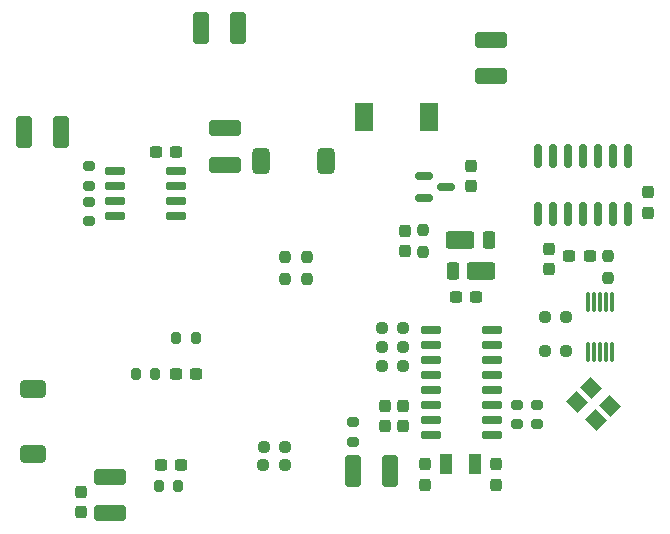
<source format=gbr>
%TF.GenerationSoftware,KiCad,Pcbnew,8.0.2*%
%TF.CreationDate,2025-04-20T12:58:55+12:00*%
%TF.ProjectId,summit_scourer,73756d6d-6974-45f7-9363-6f757265722e,rev?*%
%TF.SameCoordinates,Original*%
%TF.FileFunction,Paste,Top*%
%TF.FilePolarity,Positive*%
%FSLAX46Y46*%
G04 Gerber Fmt 4.6, Leading zero omitted, Abs format (unit mm)*
G04 Created by KiCad (PCBNEW 8.0.2) date 2025-04-20 12:58:55*
%MOMM*%
%LPD*%
G01*
G04 APERTURE LIST*
G04 Aperture macros list*
%AMRoundRect*
0 Rectangle with rounded corners*
0 $1 Rounding radius*
0 $2 $3 $4 $5 $6 $7 $8 $9 X,Y pos of 4 corners*
0 Add a 4 corners polygon primitive as box body*
4,1,4,$2,$3,$4,$5,$6,$7,$8,$9,$2,$3,0*
0 Add four circle primitives for the rounded corners*
1,1,$1+$1,$2,$3*
1,1,$1+$1,$4,$5*
1,1,$1+$1,$6,$7*
1,1,$1+$1,$8,$9*
0 Add four rect primitives between the rounded corners*
20,1,$1+$1,$2,$3,$4,$5,0*
20,1,$1+$1,$4,$5,$6,$7,0*
20,1,$1+$1,$6,$7,$8,$9,0*
20,1,$1+$1,$8,$9,$2,$3,0*%
%AMRotRect*
0 Rectangle, with rotation*
0 The origin of the aperture is its center*
0 $1 length*
0 $2 width*
0 $3 Rotation angle, in degrees counterclockwise*
0 Add horizontal line*
21,1,$1,$2,0,0,$3*%
G04 Aperture macros list end*
%ADD10RoundRect,0.237500X0.250000X0.237500X-0.250000X0.237500X-0.250000X-0.237500X0.250000X-0.237500X0*%
%ADD11RoundRect,0.237500X-0.300000X-0.237500X0.300000X-0.237500X0.300000X0.237500X-0.300000X0.237500X0*%
%ADD12RoundRect,0.237500X-0.237500X0.300000X-0.237500X-0.300000X0.237500X-0.300000X0.237500X0.300000X0*%
%ADD13RoundRect,0.237500X0.237500X-0.250000X0.237500X0.250000X-0.237500X0.250000X-0.237500X-0.250000X0*%
%ADD14RoundRect,0.200000X-0.275000X0.200000X-0.275000X-0.200000X0.275000X-0.200000X0.275000X0.200000X0*%
%ADD15RoundRect,0.237500X-0.237500X0.250000X-0.237500X-0.250000X0.237500X-0.250000X0.237500X0.250000X0*%
%ADD16RoundRect,0.250000X0.412500X1.100000X-0.412500X1.100000X-0.412500X-1.100000X0.412500X-1.100000X0*%
%ADD17RoundRect,0.150000X-0.725000X-0.150000X0.725000X-0.150000X0.725000X0.150000X-0.725000X0.150000X0*%
%ADD18RoundRect,0.375000X0.725000X-0.375000X0.725000X0.375000X-0.725000X0.375000X-0.725000X-0.375000X0*%
%ADD19R,1.500000X2.400000*%
%ADD20RoundRect,0.250000X1.100000X-0.412500X1.100000X0.412500X-1.100000X0.412500X-1.100000X-0.412500X0*%
%ADD21RoundRect,0.250000X-0.950000X-0.500000X0.950000X-0.500000X0.950000X0.500000X-0.950000X0.500000X0*%
%ADD22RoundRect,0.250000X-0.275000X-0.500000X0.275000X-0.500000X0.275000X0.500000X-0.275000X0.500000X0*%
%ADD23RoundRect,0.087500X0.087500X-0.725000X0.087500X0.725000X-0.087500X0.725000X-0.087500X-0.725000X0*%
%ADD24RoundRect,0.237500X-0.250000X-0.237500X0.250000X-0.237500X0.250000X0.237500X-0.250000X0.237500X0*%
%ADD25RoundRect,0.200000X0.200000X0.275000X-0.200000X0.275000X-0.200000X-0.275000X0.200000X-0.275000X0*%
%ADD26RoundRect,0.250000X-1.100000X0.412500X-1.100000X-0.412500X1.100000X-0.412500X1.100000X0.412500X0*%
%ADD27RoundRect,0.200000X-0.200000X-0.275000X0.200000X-0.275000X0.200000X0.275000X-0.200000X0.275000X0*%
%ADD28RoundRect,0.250000X0.950000X0.500000X-0.950000X0.500000X-0.950000X-0.500000X0.950000X-0.500000X0*%
%ADD29RoundRect,0.250000X0.275000X0.500000X-0.275000X0.500000X-0.275000X-0.500000X0.275000X-0.500000X0*%
%ADD30RoundRect,0.200000X0.275000X-0.200000X0.275000X0.200000X-0.275000X0.200000X-0.275000X-0.200000X0*%
%ADD31RoundRect,0.237500X0.300000X0.237500X-0.300000X0.237500X-0.300000X-0.237500X0.300000X-0.237500X0*%
%ADD32RotRect,1.400000X1.200000X315.000000*%
%ADD33RoundRect,0.237500X0.237500X-0.300000X0.237500X0.300000X-0.237500X0.300000X-0.237500X-0.300000X0*%
%ADD34RoundRect,0.250000X-0.412500X-1.100000X0.412500X-1.100000X0.412500X1.100000X-0.412500X1.100000X0*%
%ADD35RoundRect,0.150000X-0.150000X0.825000X-0.150000X-0.825000X0.150000X-0.825000X0.150000X0.825000X0*%
%ADD36RoundRect,0.150000X0.725000X0.150000X-0.725000X0.150000X-0.725000X-0.150000X0.725000X-0.150000X0*%
%ADD37RoundRect,0.150000X-0.587500X-0.150000X0.587500X-0.150000X0.587500X0.150000X-0.587500X0.150000X0*%
%ADD38RoundRect,0.375000X0.375000X0.725000X-0.375000X0.725000X-0.375000X-0.725000X0.375000X-0.725000X0*%
%ADD39R,1.000000X1.800000*%
G04 APERTURE END LIST*
D10*
%TO.C,R25*%
X153887499Y-106100000D03*
X152062499Y-106100000D03*
%TD*%
%TO.C,R26*%
X153900000Y-104500000D03*
X152075000Y-104500000D03*
%TD*%
D11*
%TO.C,C5*%
X158325000Y-100250000D03*
X160050002Y-100250000D03*
%TD*%
D12*
%TO.C,C35*%
X126575000Y-116750000D03*
X126575000Y-118475002D03*
%TD*%
D13*
%TO.C,R5*%
X145700000Y-98712500D03*
X145700000Y-96887500D03*
%TD*%
D14*
%TO.C,R29*%
X165250000Y-109375000D03*
X165250000Y-111025000D03*
%TD*%
D15*
%TO.C,R32*%
X171200000Y-96787500D03*
X171200000Y-98612500D03*
%TD*%
D16*
%TO.C,C15*%
X152762500Y-115000000D03*
X149637500Y-115000000D03*
%TD*%
D17*
%TO.C,U6*%
X129500000Y-89595001D03*
X129500000Y-90865000D03*
X129500000Y-92135000D03*
X129500000Y-93404999D03*
X134650000Y-93404999D03*
X134650000Y-92135000D03*
X134650000Y-90865000D03*
X134650000Y-89595001D03*
%TD*%
D18*
%TO.C,L5*%
X122542500Y-113550000D03*
X122542500Y-108050000D03*
%TD*%
D19*
%TO.C,L8*%
X156075000Y-85000000D03*
X150575000Y-85000000D03*
%TD*%
D15*
%TO.C,R10*%
X143900000Y-96887500D03*
X143900000Y-98712500D03*
%TD*%
D20*
%TO.C,C59*%
X138825000Y-89062500D03*
X138825000Y-85937500D03*
%TD*%
D11*
%TO.C,C21*%
X134637500Y-106750000D03*
X136362500Y-106750000D03*
%TD*%
D21*
%TO.C,D4*%
X160437501Y-98000000D03*
D22*
X158062501Y-98000000D03*
%TD*%
D23*
%TO.C,U3*%
X169575000Y-104862500D03*
X170075001Y-104862500D03*
X170575000Y-104862500D03*
X171074999Y-104862500D03*
X171575000Y-104862500D03*
X171575000Y-100637500D03*
X171074999Y-100637500D03*
X170575000Y-100637500D03*
X170075001Y-100637500D03*
X169575000Y-100637500D03*
%TD*%
D24*
%TO.C,R3*%
X142037500Y-114450000D03*
X143862500Y-114450000D03*
%TD*%
D25*
%TO.C,R40*%
X134825000Y-116250000D03*
X133175000Y-116250000D03*
%TD*%
D26*
%TO.C,C32*%
X129075000Y-115437500D03*
X129075000Y-118562500D03*
%TD*%
D27*
%TO.C,R35*%
X131250000Y-106750000D03*
X132900000Y-106750000D03*
%TD*%
D28*
%TO.C,D3*%
X158737501Y-95400000D03*
D29*
X161112501Y-95400000D03*
%TD*%
D27*
%TO.C,R53*%
X134675000Y-103750000D03*
X136325000Y-103750000D03*
%TD*%
D12*
%TO.C,C16*%
X153850000Y-109437499D03*
X153850000Y-111162501D03*
%TD*%
D30*
%TO.C,R31*%
X127325000Y-93825000D03*
X127325000Y-92175000D03*
%TD*%
D11*
%TO.C,C31*%
X133387500Y-114500000D03*
X135112500Y-114500000D03*
%TD*%
D31*
%TO.C,C7*%
X169662501Y-96800000D03*
X167937499Y-96800000D03*
%TD*%
D32*
%TO.C,Y3*%
X168621142Y-109123223D03*
X170176777Y-110678858D03*
X171378858Y-109476777D03*
X169823223Y-107921142D03*
%TD*%
D10*
%TO.C,R4*%
X143912500Y-112900000D03*
X142087500Y-112900000D03*
%TD*%
D24*
%TO.C,R1*%
X165887500Y-104800000D03*
X167712500Y-104800000D03*
%TD*%
D33*
%TO.C,C2*%
X159600000Y-90862501D03*
X159600000Y-89137499D03*
%TD*%
%TO.C,C20*%
X174635000Y-93112501D03*
X174635000Y-91387499D03*
%TD*%
D12*
%TO.C,C3*%
X155725000Y-114412498D03*
X155725000Y-116137500D03*
%TD*%
D14*
%TO.C,R28*%
X163525000Y-109375000D03*
X163525000Y-111025000D03*
%TD*%
D34*
%TO.C,C18*%
X121762500Y-86250000D03*
X124887500Y-86250000D03*
%TD*%
D12*
%TO.C,C4*%
X161725000Y-114412499D03*
X161725000Y-116137501D03*
%TD*%
D30*
%TO.C,R30*%
X127325000Y-90825000D03*
X127325000Y-89175000D03*
%TD*%
D12*
%TO.C,C1*%
X154000000Y-94637499D03*
X154000000Y-96362501D03*
%TD*%
D35*
%TO.C,U8*%
X172885000Y-88275000D03*
X171615000Y-88275000D03*
X170345000Y-88275000D03*
X169075000Y-88275000D03*
X167805000Y-88275000D03*
X166535000Y-88275000D03*
X165265000Y-88275000D03*
X165265000Y-93225000D03*
X166535000Y-93225000D03*
X167805000Y-93225000D03*
X169075000Y-93225000D03*
X170345000Y-93225000D03*
X171615000Y-93225000D03*
X172885000Y-93225000D03*
%TD*%
D12*
%TO.C,C8*%
X166200000Y-96137499D03*
X166200000Y-97862501D03*
%TD*%
D30*
%TO.C,R7*%
X149600000Y-112475000D03*
X149600000Y-110825000D03*
%TD*%
D34*
%TO.C,C58*%
X136762500Y-77500000D03*
X139887500Y-77500000D03*
%TD*%
D31*
%TO.C,C17*%
X134687501Y-88000000D03*
X132962499Y-88000000D03*
%TD*%
D36*
%TO.C,U1*%
X161400000Y-111945001D03*
X161400000Y-110675000D03*
X161400000Y-109404999D03*
X161400000Y-108135000D03*
X161400000Y-106865000D03*
X161400000Y-105595001D03*
X161400000Y-104325000D03*
X161400000Y-103054999D03*
X156250000Y-103054999D03*
X156250000Y-104325000D03*
X156250000Y-105595001D03*
X156250000Y-106865000D03*
X156250000Y-108135000D03*
X156250000Y-109404999D03*
X156250000Y-110675000D03*
X156250000Y-111945001D03*
%TD*%
D12*
%TO.C,C13*%
X152350000Y-109437499D03*
X152350000Y-111162501D03*
%TD*%
D37*
%TO.C,Q2*%
X155662500Y-89950000D03*
X155662500Y-91850000D03*
X157537501Y-90900000D03*
%TD*%
D24*
%TO.C,R2*%
X165887500Y-101950000D03*
X167712500Y-101950000D03*
%TD*%
D38*
%TO.C,L2*%
X147325000Y-88750000D03*
X141825000Y-88750000D03*
%TD*%
D13*
%TO.C,R43*%
X155575000Y-96412500D03*
X155575000Y-94587500D03*
%TD*%
D20*
%TO.C,C23*%
X161325000Y-81562500D03*
X161325000Y-78437500D03*
%TD*%
D10*
%TO.C,R27*%
X153887499Y-102900000D03*
X152062499Y-102900000D03*
%TD*%
D39*
%TO.C,Y1*%
X159974999Y-114375000D03*
X157475001Y-114375000D03*
%TD*%
M02*

</source>
